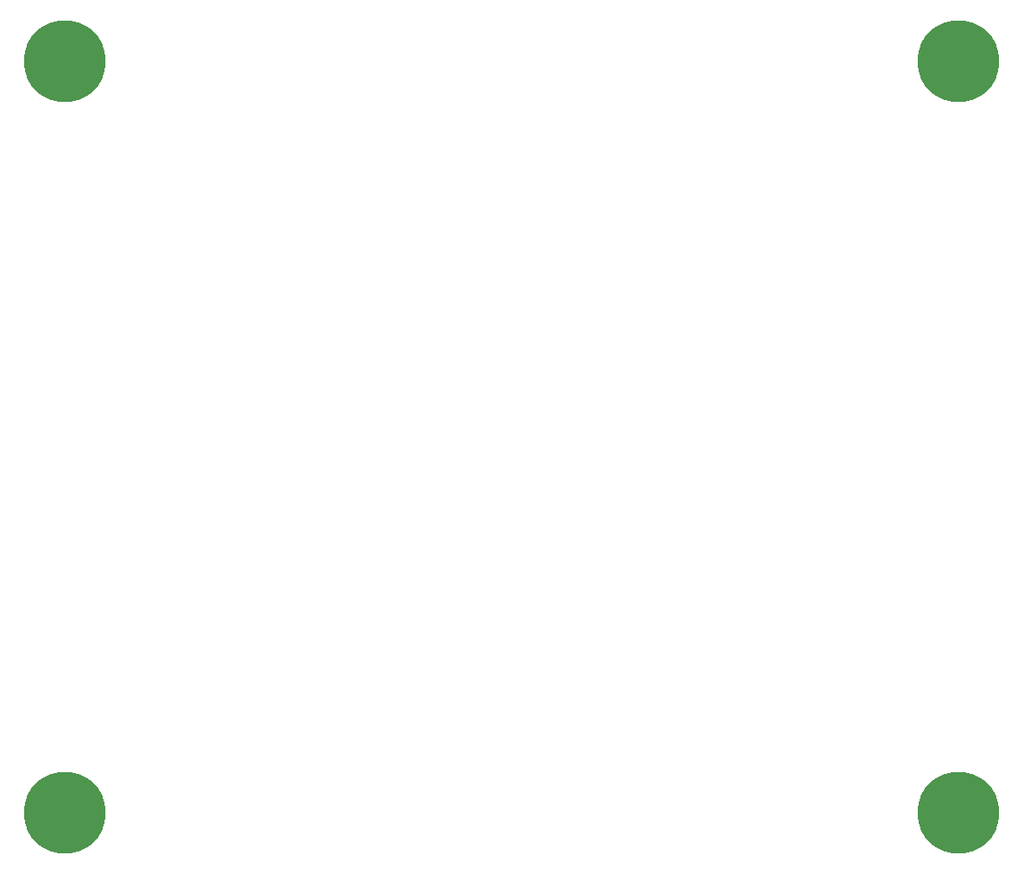
<source format=gbr>
%TF.GenerationSoftware,KiCad,Pcbnew,(5.1.8-0-10_14)*%
%TF.CreationDate,2021-01-09T21:27:37+00:00*%
%TF.ProjectId,CirrusDspPedal,43697272-7573-4447-9370-506564616c2e,rev?*%
%TF.SameCoordinates,Original*%
%TF.FileFunction,Soldermask,Top*%
%TF.FilePolarity,Negative*%
%FSLAX46Y46*%
G04 Gerber Fmt 4.6, Leading zero omitted, Abs format (unit mm)*
G04 Created by KiCad (PCBNEW (5.1.8-0-10_14)) date 2021-01-09 21:27:37*
%MOMM*%
%LPD*%
G01*
G04 APERTURE LIST*
%ADD10C,8.000000*%
G04 APERTURE END LIST*
D10*
%TO.C,REF\u002A\u002A*%
X192405000Y-60896500D03*
%TD*%
%TO.C,REF\u002A\u002A*%
X104775000Y-60896500D03*
%TD*%
%TO.C,REF\u002A\u002A*%
X104775000Y-134620000D03*
%TD*%
%TO.C,REF\u002A\u002A*%
X192405000Y-134620000D03*
%TD*%
M02*

</source>
